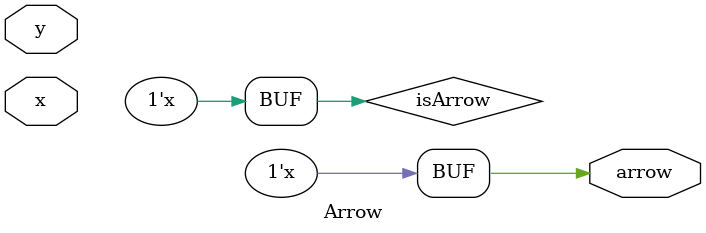
<source format=v>
`timescale 1ns / 1ps


module Arrow(
    input x, y,
    output arrow
    );
    
    reg isArrow = 0;
    always @(x or y)
    begin
        if(y == 190) begin
            if(317 <= x && x <= 322) begin
                 isArrow = 1;
            end
        end
        else if(y == 191) begin
            if(316 <= x && x <= 323) begin
                 isArrow = 1;
            end
        end
        else if(y == 192) begin
            if((315 <= x && x <= 317)||(322 <= x && x <= 324)) begin
                 isArrow = 1;
            end
        end
        else if(y == 193) begin
            if((314 <= x && x <= 316)||(323 <= x && x <= 325)) begin
                 isArrow = 1;
            end
        end
        else if(y == 194) begin
            if((313 <= x && x <= 315)||(324 <= x && x <= 326)) begin
                 isArrow = 1;
            end
        end
        else if(y == 195) begin
            if((313 <= x && x <= 314)||(325 <= x && x <= 326)) begin
                 isArrow = 1;
            end
        end
        else if(y == 196) begin
            if((312 <= x && x <= 314)||(325 <= x && x <= 327)) begin
                 isArrow = 1;
            end
        end
        else if(y == 197) begin
            if((312 <= x && x <= 313)||(326 <= x && x <= 327)) begin
                 isArrow = 1;
            end
        end
        else if(y == 198) begin
            if((312 <= x && x <= 313)||(326 <= x && x <= 327)) begin
                 isArrow = 1;
            end
        end
        else if(y == 199) begin
            if((312 <= x && x <= 313)||(326 <= x && x <= 327)) begin
                 isArrow = 1;
            end
        end
        else if(y == 200) begin
            if((312 <= x && x <= 313)||(323 <= x && x <= 330)) begin
                 isArrow = 1;
            end
        end
        else if(y == 201) begin
            if((312 <= x && x <= 313)||(324 <= x && x <= 329)) begin
                 isArrow = 1;
            end
        end
        else if(y == 202) begin
            if((312 <= x && x <= 314)||(325 <= x && x <= 328)) begin
                 isArrow = 1;
            end
        end
        else if(y == 203) begin
            if((313 <= x && x <= 314)||(326 <= x && x <= 327)) begin
                 isArrow = 1;
            end
        end
        else if(y == 204) begin
            if(313 <= x && x <= 315) begin
                 isArrow = 1;
            end
        end
        else if(y == 205) begin
            if(314 <= x && x <= 316) begin
                 isArrow = 1;
            end
        end
        else if(y == 206) begin
            if(315 <= x && x <= 317) begin
                 isArrow = 1;
            end
        end
        else if(y == 207) begin
            if(316 <= x && x <= 321) begin
                 isArrow = 1;
            end
        end
        else if(y == 208) begin
            if(317 <= x && x <= 321) begin
                 isArrow = 1;
            end
        end
    end
    assign arrow = isArrow;
    
endmodule

</source>
